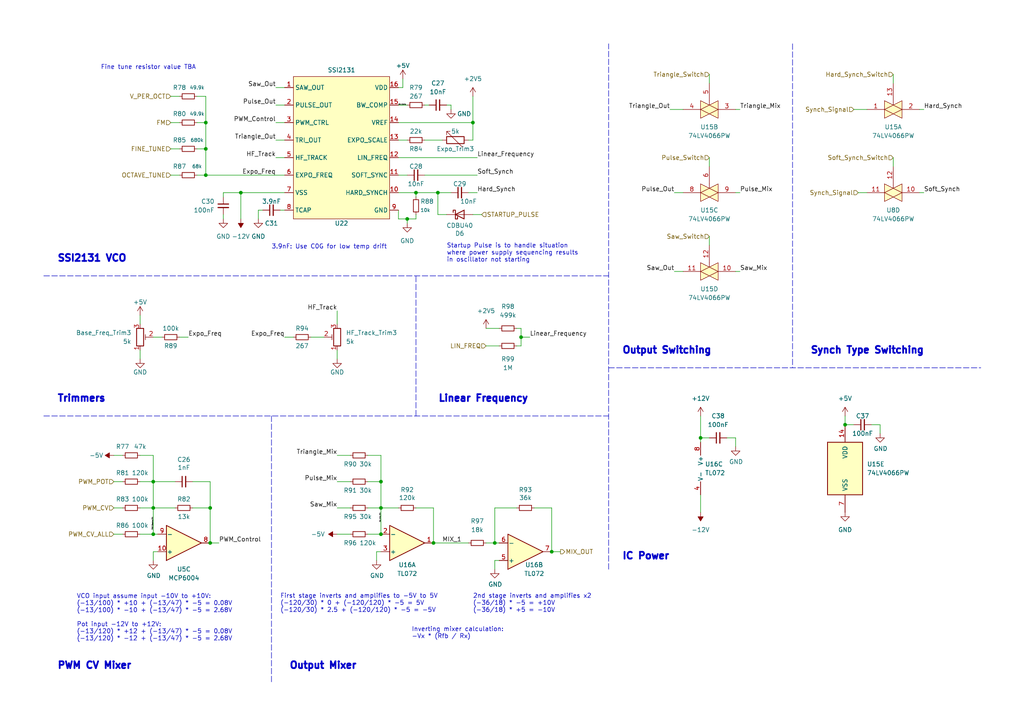
<source format=kicad_sch>
(kicad_sch (version 20211123) (generator eeschema)
  (paper "A4")
  (title_block (title "Quadraphone Voice") (date "2023-01-27") (rev "v1.0") (company "Mountjoy Modular"))
  (lib_symbols
    (symbol "4xxx:4066" (pin_names (offset 1.016))
      (property "Reference" "U" (at -7.62 8.89 0))
      (property "Value" "4066" (at -7.62 -8.89 0))
      (symbol "4066_1_0"
        (polyline (pts (xy 0 1.27) (xy 0 2.54)) (stroke (width 0.1524)))
        (polyline (pts (xy -2.54 0) (xy 2.54 2.54) (xy 2.54 -2.54) (xy -2.54 0)) (fill (type background)))
        (polyline (pts (xy -2.54 2.54) (xy 2.54 0) (xy -2.54 -2.54) (xy -2.54 2.54)) (fill (type background)))
        (pin passive line (at -7.62 0 0) (length 5.08) (name "~") (number "1"))
        (pin input line (at 0 7.62 270) (length 5.08) (name "~") (number "13"))
        (pin passive line (at 7.62 0 180) (length 5.08) (name "~") (number "2"))
      )
      (symbol "4066_2_0"
        (polyline (pts (xy 0 1.27) (xy 0 2.54)) (stroke (width 0.1524)))
        (polyline (pts (xy -2.54 0) (xy 2.54 2.54) (xy 2.54 -2.54) (xy -2.54 0)) (fill (type background)))
        (polyline (pts (xy -2.54 2.54) (xy 2.54 0) (xy -2.54 -2.54) (xy -2.54 2.54)) (fill (type background)))
        (pin passive line (at 7.62 0 180) (length 5.08) (name "~") (number "3"))
        (pin passive line (at -7.62 0 0) (length 5.08) (name "~") (number "4"))
        (pin input line (at 0 7.62 270) (length 5.08) (name "~") (number "5"))
      )
      (symbol "4066_3_0"
        (polyline (pts (xy 0 1.27) (xy 0 2.54)) (stroke (width 0.1524)))
        (polyline (pts (xy -2.54 0) (xy 2.54 2.54) (xy 2.54 -2.54) (xy -2.54 0)) (fill (type background)))
        (polyline (pts (xy -2.54 2.54) (xy 2.54 0) (xy -2.54 -2.54) (xy -2.54 2.54)) (fill (type background)))
        (pin input line (at 0 7.62 270) (length 5.08) (name "~") (number "6"))
        (pin passive line (at -7.62 0 0) (length 5.08) (name "~") (number "8"))
        (pin passive line (at 7.62 0 180) (length 5.08) (name "~") (number "9"))
      )
      (symbol "4066_4_0"
        (polyline (pts (xy 0 1.27) (xy 0 2.54)) (stroke (width 0.1524)))
        (polyline (pts (xy -2.54 0) (xy 2.54 2.54) (xy 2.54 -2.54) (xy -2.54 0)) (fill (type background)))
        (polyline (pts (xy -2.54 2.54) (xy 2.54 0) (xy -2.54 -2.54) (xy -2.54 2.54)) (fill (type background)))
        (pin passive line (at 7.62 0 180) (length 5.08) (name "~") (number "10"))
        (pin passive line (at -7.62 0 0) (length 5.08) (name "~") (number "11"))
        (pin input line (at 0 7.62 270) (length 5.08) (name "~") (number "12"))
      )
      (symbol "4066_5_0"
        (pin power_in line (at 0 12.7 270) (length 5.08) (name "VDD") (number "14"))
        (pin power_in line (at 0 -12.7 90) (length 5.08) (name "VSS") (number "7"))
      )
      (symbol "4066_5_1"
        (rectangle (start -5.08 7.62) (end 5.08 -7.62) (stroke (width 0.254)) (fill (type background)))
      )
    )
    (symbol "Amplifier_Operational:MCP6004" (pin_names (offset 0.127))
      (property "Reference" "U" (at 0 5.08 0))
      (property "Value" "MCP6004" (at 0 -5.08 0))
      (symbol "MCP6004_1_1"
        (polyline (pts (xy -5.08 5.08) (xy 5.08 0) (xy -5.08 -5.08) (xy -5.08 5.08)) (stroke (width 0.254)) (fill (type background)))
        (pin output line (at 7.62 0 180) (length 2.54) (name "~") (number "1"))
        (pin input line (at -7.62 -2.54 0) (length 2.54) (name "-") (number "2"))
        (pin input line (at -7.62 2.54 0) (length 2.54) (name "+") (number "3"))
      )
      (symbol "MCP6004_2_1"
        (polyline (pts (xy -5.08 5.08) (xy 5.08 0) (xy -5.08 -5.08) (xy -5.08 5.08)) (stroke (width 0.254)) (fill (type background)))
        (pin input line (at -7.62 2.54 0) (length 2.54) (name "+") (number "5"))
        (pin input line (at -7.62 -2.54 0) (length 2.54) (name "-") (number "6"))
        (pin output line (at 7.62 0 180) (length 2.54) (name "~") (number "7"))
      )
      (symbol "MCP6004_3_1"
        (polyline (pts (xy -5.08 5.08) (xy 5.08 0) (xy -5.08 -5.08) (xy -5.08 5.08)) (stroke (width 0.254)) (fill (type background)))
        (pin input line (at -7.62 2.54 0) (length 2.54) (name "+") (number "10"))
        (pin output line (at 7.62 0 180) (length 2.54) (name "~") (number "8"))
        (pin input line (at -7.62 -2.54 0) (length 2.54) (name "-") (number "9"))
      )
      (symbol "MCP6004_4_1"
        (polyline (pts (xy -5.08 5.08) (xy 5.08 0) (xy -5.08 -5.08) (xy -5.08 5.08)) (stroke (width 0.254)) (fill (type background)))
        (pin input line (at -7.62 2.54 0) (length 2.54) (name "+") (number "12"))
        (pin input line (at -7.62 -2.54 0) (length 2.54) (name "-") (number "13"))
        (pin output line (at 7.62 0 180) (length 2.54) (name "~") (number "14"))
      )
      (symbol "MCP6004_5_1"
        (pin power_in line (at -2.54 -7.62 90) (length 3.81) (name "V-") (number "11"))
        (pin power_in line (at -2.54 7.62 270) (length 3.81) (name "V+") (number "4"))
      )
    )
    (symbol "Amplifier_Operational:TL072" (pin_names (offset 0.127))
      (property "Reference" "U" (at 0 5.08 0))
      (property "Value" "TL072" (at 0 -5.08 0))
      (symbol "TL072_1_1"
        (polyline (pts (xy -5.08 5.08) (xy 5.08 0) (xy -5.08 -5.08) (xy -5.08 5.08)) (stroke (width 0.254)) (fill (type background)))
        (pin output line (at 7.62 0 180) (length 2.54) (name "~") (number "1"))
        (pin input line (at -7.62 -2.54 0) (length 2.54) (name "-") (number "2"))
        (pin input line (at -7.62 2.54 0) (length 2.54) (name "+") (number "3"))
      )
      (symbol "TL072_2_1"
        (polyline (pts (xy -5.08 5.08) (xy 5.08 0) (xy -5.08 -5.08) (xy -5.08 5.08)) (stroke (width 0.254)) (fill (type background)))
        (pin input line (at -7.62 2.54 0) (length 2.54) (name "+") (number "5"))
        (pin input line (at -7.62 -2.54 0) (length 2.54) (name "-") (number "6"))
        (pin output line (at 7.62 0 180) (length 2.54) (name "~") (number "7"))
      )
      (symbol "TL072_3_1"
        (pin power_in line (at -2.54 -7.62 90) (length 3.81) (name "V-") (number "4"))
        (pin power_in line (at -2.54 7.62 270) (length 3.81) (name "V+") (number "8"))
      )
    )
    (symbol "Custom_Audio:SSI2131"
      (property "Reference" "U" (at 0 21.59 0))
      (property "Value" "SSI2131" (at 0 -23.495 0))
      (symbol "SSI2131_0_0"
        (pin output line (at -16.51 16.51 0) (length 2.54) (name "SAW_OUT") (number "1"))
        (pin input line (at 16.51 -13.97 180) (length 2.54) (name "HARD_SYNCH") (number "10"))
        (pin input line (at 16.51 -8.89 180) (length 2.54) (name "SOFT_SYNC") (number "11"))
        (pin input line (at 16.51 -3.81 180) (length 2.54) (name "LIN_FREQ") (number "12"))
        (pin input line (at 16.51 1.27 180) (length 2.54) (name "EXPO_SCALE") (number "13"))
        (pin power_in line (at 16.51 6.35 180) (length 2.54) (name "VREF") (number "14"))
        (pin output line (at 16.51 11.43 180) (length 2.54) (name "BW_COMP") (number "15"))
        (pin power_in line (at 16.51 16.51 180) (length 2.54) (name "VDD") (number "16"))
        (pin output line (at -16.51 11.43 0) (length 2.54) (name "PULSE_OUT") (number "2"))
        (pin input line (at -16.51 6.35 0) (length 2.54) (name "PWM_CTRL") (number "3"))
        (pin output line (at -16.51 -3.81 0) (length 2.54) (name "HF_TRACK") (number "5"))
        (pin input line (at -16.51 -8.89 0) (length 2.54) (name "EXPO_FREQ") (number "6"))
        (pin power_in line (at -16.51 -13.97 0) (length 2.54) (name "VSS") (number "7"))
        (pin input line (at -16.51 -19.05 0) (length 2.54) (name "TCAP") (number "8"))
        (pin power_in line (at 16.51 -19.05 180) (length 2.54) (name "GND") (number "9"))
      )
      (symbol "SSI2131_0_1"
        (rectangle (start -13.97 19.685) (end 13.97 -21.59) (fill (type background)))
      )
      (symbol "SSI2131_1_1"
        (pin output line (at -16.51 1.27 0) (length 2.54) (name "TRI_OUT") (number "4"))
      )
    )
    (symbol "Device:C_Small" (pin_numbers hide) (pin_names (offset 0.254) hide)
      (property "Reference" "C" (at 0.254 1.778 0))
      (property "Value" "C_Small" (at 0.254 -2.032 0))
      (symbol "C_Small_0_1"
        (polyline (pts (xy -1.524 -0.508) (xy 1.524 -0.508)) (stroke (width 0.3302)))
        (polyline (pts (xy -1.524 0.508) (xy 1.524 0.508)) (stroke (width 0.3048)))
      )
      (symbol "C_Small_1_1"
        (pin passive line (at 0 2.54 270) (length 2.032) (name "~") (number "1"))
        (pin passive line (at 0 -2.54 90) (length 2.032) (name "~") (number "2"))
      )
    )
    (symbol "Device:R_Potentiometer_Trim" (pin_names (offset 1.016) hide)
      (property "Reference" "RV" (at -4.445 0 90))
      (property "Value" "R_Potentiometer_Trim" (at -2.54 0 90))
      (symbol "R_Potentiometer_Trim_0_1"
        (polyline (pts (xy 1.524 0.762) (xy 1.524 -0.762)))
        (polyline (pts (xy 2.54 0) (xy 1.524 0)))
        (rectangle (start 1.016 2.54) (end -1.016 -2.54) (stroke (width 0.254)))
      )
      (symbol "R_Potentiometer_Trim_1_1"
        (pin passive line (at 0 3.81 270) (length 1.27) (name "1") (number "1"))
        (pin passive line (at 3.81 0 180) (length 1.27) (name "2") (number "2"))
        (pin passive line (at 0 -3.81 90) (length 1.27) (name "3") (number "3"))
      )
    )
    (symbol "Device:R_Small" (pin_numbers hide) (pin_names (offset 0.254) hide)
      (property "Reference" "R" (at 0.762 0.508 0))
      (property "Value" "R_Small" (at 0.762 -1.016 0))
      (symbol "R_Small_0_1"
        (rectangle (start -0.762 1.778) (end 0.762 -1.778) (stroke (width 0.2032)))
      )
      (symbol "R_Small_1_1"
        (pin passive line (at 0 2.54 270) (length 0.762) (name "~") (number "1"))
        (pin passive line (at 0 -2.54 90) (length 0.762) (name "~") (number "2"))
      )
    )
    (symbol "Device:R_Variable" (pin_numbers hide) (pin_names (offset 0))
      (property "Reference" "R" (at 2.54 -2.54 90))
      (property "Value" "R_Variable" (at -2.54 -1.27 90))
      (symbol "R_Variable_0_1"
        (rectangle (start -1.016 -2.54) (end 1.016 2.54) (stroke (width 0.254)))
        (polyline (pts (xy 2.54 1.524) (xy 2.54 2.54) (xy 1.524 2.54) (xy 2.54 2.54) (xy -2.032 -2.032)))
      )
      (symbol "R_Variable_1_1"
        (pin passive line (at 0 3.81 270) (length 1.27) (name "~") (number "1"))
        (pin passive line (at 0 -3.81 90) (length 1.27) (name "~") (number "2"))
      )
    )
    (symbol "Diode:1N5819" (pin_numbers hide) (pin_names (offset 1.016) hide)
      (property "Reference" "D" (at 0 2.54 0))
      (property "Value" "1N5819" (at 0 -2.54 0))
      (symbol "1N5819_0_1"
        (polyline (pts (xy 1.27 0) (xy -1.27 0)))
        (polyline (pts (xy 1.27 1.27) (xy 1.27 -1.27) (xy -1.27 0) (xy 1.27 1.27)) (stroke (width 0.254)))
        (polyline (pts (xy -1.905 0.635) (xy -1.905 1.27) (xy -1.27 1.27) (xy -1.27 -1.27) (xy -0.635 -1.27) (xy -0.635 -0.635)) (stroke (width 0.254)))
      )
      (symbol "1N5819_1_1"
        (pin passive line (at -3.81 0 0) (length 2.54) (name "K") (number "1"))
        (pin passive line (at 3.81 0 180) (length 2.54) (name "A") (number "2"))
      )
    )
    (symbol "power:+12V" (power) (pin_names (offset 0))
      (property "Value" "+12V" (at 0 3.556 0))
      (symbol "+12V_0_1"
        (polyline (pts (xy -0.762 1.27) (xy 0 2.54)))
        (polyline (pts (xy 0 0) (xy 0 2.54)))
        (polyline (pts (xy 0 2.54) (xy 0.762 1.27)))
      )
      (symbol "+12V_1_1"
        (pin power_in line (at 0 0 90) (length 0) hide (name "+12V") (number "1"))
      )
    )
    (symbol "power:+2V5" (power) (pin_names (offset 0))
      (property "Value" "+2V5" (at 0 3.556 0))
      (symbol "+2V5_0_1"
        (polyline (pts (xy -0.762 1.27) (xy 0 2.54)))
        (polyline (pts (xy 0 0) (xy 0 2.54)))
        (polyline (pts (xy 0 2.54) (xy 0.762 1.27)))
      )
      (symbol "+2V5_1_1"
        (pin power_in line (at 0 0 90) (length 0) hide (name "+2V5") (number "1"))
      )
    )
    (symbol "power:+5V" (power) (pin_names (offset 0))
      (property "Value" "+5V" (at 0 3.556 0))
      (symbol "+5V_0_1"
        (polyline (pts (xy -0.762 1.27) (xy 0 2.54)))
        (polyline (pts (xy 0 0) (xy 0 2.54)))
        (polyline (pts (xy 0 2.54) (xy 0.762 1.27)))
      )
      (symbol "+5V_1_1"
        (pin power_in line (at 0 0 90) (length 0) hide (name "+5V") (number "1"))
      )
    )
    (symbol "power:-12V" (power) (pin_names (offset 0))
      (property "Value" "-12V" (at 0 3.81 0))
      (symbol "-12V_0_0"
        (pin power_in line (at 0 0 90) (length 0) hide (name "-12V") (number "1"))
      )
      (symbol "-12V_0_1"
        (polyline (pts (xy 0 0) (xy 0 1.27) (xy 0.762 1.27) (xy 0 2.54) (xy -0.762 1.27) (xy 0 1.27)) (fill (type outline)))
      )
    )
    (symbol "power:-5V" (power) (pin_names (offset 0))
      (property "Value" "-5V" (at 0 3.81 0))
      (symbol "-5V_0_0"
        (pin power_in line (at 0 0 90) (length 0) hide (name "-5V") (number "1"))
      )
      (symbol "-5V_0_1"
        (polyline (pts (xy 0 0) (xy 0 1.27) (xy 0.762 1.27) (xy 0 2.54) (xy -0.762 1.27) (xy 0 1.27)) (fill (type outline)))
      )
    )
    (symbol "power:GND" (power) (pin_names (offset 0))
      (property "Value" "GND" (at 0 -3.81 0))
      (symbol "GND_0_1"
        (polyline (pts (xy 0 0) (xy 0 -1.27) (xy 1.27 -1.27) (xy 0 -2.54) (xy -1.27 -1.27) (xy 0 -1.27)))
      )
      (symbol "GND_1_1"
        (pin power_in line (at 0 0 270) (length 0) hide (name "GND") (number "1"))
      )
    )
  )
  (junction (at 60.96 147.32))
  (junction (at 127 55.88))
  (junction (at 160.02 160.02))
  (junction (at 137.16 35.56))
  (junction (at 151.13 97.79))
  (junction (at 110.49 154.94))
  (junction (at 118.11 63.5))
  (junction (at 110.49 139.7))
  (junction (at 203.2 127))
  (junction (at 245.11 123.19))
  (junction (at 125.73 157.48))
  (junction (at 120.65 55.88))
  (junction (at 59.69 43.18))
  (junction (at 69.85 55.88))
  (junction (at 110.49 147.32))
  (junction (at 143.51 157.48))
  (junction (at 60.96 157.48))
  (junction (at 59.69 50.8))
  (junction (at 44.45 139.7))
  (junction (at 44.45 147.32))
  (junction (at 59.69 35.56))
  (junction (at 44.45 154.94))
  (polyline (pts (xy 176.53 165.1) (xy 176.53 12.7)))
  (polyline (pts (xy 12.7 120.65) (xy 176.53 120.65)))
  (wire (pts (xy 115.57 35.56) (xy 137.16 35.56)))
  (wire (pts (xy 57.15 35.56) (xy 59.69 35.56)))
  (polyline (pts (xy 229.87 12.7) (xy 229.87 106.68)))
  (wire (pts (xy 149.86 100.33) (xy 151.13 100.33)))
  (wire (pts (xy 151.13 97.79) (xy 151.13 95.25)))
  (wire (pts (xy 120.65 147.32) (xy 125.73 147.32)))
  (wire (pts (xy 110.49 139.7) (xy 110.49 147.32)))
  (wire (pts (xy 97.79 154.94) (xy 101.6 154.94)))
  (wire (pts (xy 143.51 157.48) (xy 144.78 157.48)))
  (wire (pts (xy 55.88 147.32) (xy 60.96 147.32)))
  (wire (pts (xy 143.51 147.32) (xy 149.86 147.32)))
  (wire (pts (xy 109.22 160.02) (xy 109.22 162.56)))
  (wire (pts (xy 116.84 25.4) (xy 115.57 25.4)))
  (wire (pts (xy 115.57 45.72) (xy 138.43 45.72)))
  (wire (pts (xy 129.54 30.48) (xy 130.81 30.48)))
  (wire (pts (xy 195.58 78.74) (xy 198.12 78.74)))
  (wire (pts (xy 49.53 50.8) (xy 52.07 50.8)))
  (wire (pts (xy 80.01 25.4) (xy 82.55 25.4)))
  (wire (pts (xy 33.02 139.7) (xy 35.56 139.7)))
  (wire (pts (xy 40.64 139.7) (xy 44.45 139.7)))
  (wire (pts (xy 49.53 43.18) (xy 52.07 43.18)))
  (wire (pts (xy 266.7 31.75) (xy 267.97 31.75)))
  (wire (pts (xy 115.57 40.64) (xy 118.11 40.64)))
  (wire (pts (xy 97.79 101.6) (xy 97.79 104.14)))
  (wire (pts (xy 115.57 63.5) (xy 118.11 63.5)))
  (wire (pts (xy 97.79 139.7) (xy 101.6 139.7)))
  (wire (pts (xy 60.96 147.32) (xy 60.96 157.48)))
  (wire (pts (xy 97.79 147.32) (xy 101.6 147.32)))
  (wire (pts (xy 259.08 45.72) (xy 259.08 48.26)))
  (wire (pts (xy 90.17 97.79) (xy 93.98 97.79)))
  (wire (pts (xy 123.19 50.8) (xy 138.43 50.8)))
  (wire (pts (xy 123.19 30.48) (xy 124.46 30.48)))
  (polyline (pts (xy 176.53 106.68) (xy 284.48 106.68)))
  (wire (pts (xy 80.01 30.48) (xy 82.55 30.48)))
  (wire (pts (xy 33.02 132.08) (xy 35.56 132.08)))
  (wire (pts (xy 59.69 27.94) (xy 59.69 35.56)))
  (wire (pts (xy 203.2 120.65) (xy 203.2 127)))
  (wire (pts (xy 40.64 147.32) (xy 44.45 147.32)))
  (wire (pts (xy 69.85 55.88) (xy 69.85 63.5)))
  (wire (pts (xy 59.69 43.18) (xy 59.69 50.8)))
  (wire (pts (xy 116.84 22.86) (xy 116.84 25.4)))
  (polyline (pts (xy 12.7 80.01) (xy 176.53 80.01)))
  (wire (pts (xy 97.79 132.08) (xy 101.6 132.08)))
  (wire (pts (xy 115.57 60.96) (xy 115.57 63.5)))
  (wire (pts (xy 44.45 160.02) (xy 45.72 160.02)))
  (wire (pts (xy 144.78 95.25) (xy 140.97 95.25)))
  (wire (pts (xy 44.45 139.7) (xy 50.8 139.7)))
  (wire (pts (xy 135.89 55.88) (xy 138.43 55.88)))
  (wire (pts (xy 74.93 60.96) (xy 74.93 63.5)))
  (wire (pts (xy 259.08 21.59) (xy 259.08 24.13)))
  (wire (pts (xy 140.97 100.33) (xy 144.78 100.33)))
  (wire (pts (xy 57.15 43.18) (xy 59.69 43.18)))
  (wire (pts (xy 245.11 123.19) (xy 247.65 123.19)))
  (wire (pts (xy 57.15 50.8) (xy 59.69 50.8)))
  (wire (pts (xy 59.69 35.56) (xy 59.69 43.18)))
  (wire (pts (xy 143.51 162.56) (xy 144.78 162.56)))
  (wire (pts (xy 203.2 127) (xy 203.2 128.27)))
  (wire (pts (xy 45.72 154.94) (xy 44.45 154.94)))
  (wire (pts (xy 106.68 154.94) (xy 110.49 154.94)))
  (wire (pts (xy 154.94 147.32) (xy 160.02 147.32)))
  (wire (pts (xy 125.73 157.48) (xy 135.89 157.48)))
  (wire (pts (xy 82.55 97.79) (xy 85.09 97.79)))
  (wire (pts (xy 44.45 97.79) (xy 46.99 97.79)))
  (wire (pts (xy 44.45 147.32) (xy 44.45 154.94)))
  (wire (pts (xy 210.82 127) (xy 213.36 127)))
  (wire (pts (xy 127 55.88) (xy 130.81 55.88)))
  (wire (pts (xy 245.11 120.65) (xy 245.11 123.19)))
  (wire (pts (xy 140.97 157.48) (xy 143.51 157.48)))
  (wire (pts (xy 143.51 162.56) (xy 143.51 165.1)))
  (wire (pts (xy 205.74 68.58) (xy 205.74 71.12)))
  (wire (pts (xy 106.68 147.32) (xy 110.49 147.32)))
  (wire (pts (xy 127 55.88) (xy 127 62.23)))
  (wire (pts (xy 203.2 127) (xy 205.74 127)))
  (wire (pts (xy 97.79 90.17) (xy 97.79 93.98)))
  (wire (pts (xy 60.96 157.48) (xy 63.5 157.48)))
  (wire (pts (xy 64.77 55.88) (xy 64.77 57.15)))
  (wire (pts (xy 247.65 31.75) (xy 251.46 31.75)))
  (wire (pts (xy 54.61 97.79) (xy 52.07 97.79)))
  (wire (pts (xy 151.13 100.33) (xy 151.13 97.79)))
  (wire (pts (xy 40.64 154.94) (xy 44.45 154.94)))
  (wire (pts (xy 40.64 91.44) (xy 40.64 93.98)))
  (polyline (pts (xy 78.74 120.65) (xy 78.74 198.12)))
  (wire (pts (xy 44.45 139.7) (xy 44.45 147.32)))
  (wire (pts (xy 248.92 55.88) (xy 251.46 55.88)))
  (wire (pts (xy 44.45 147.32) (xy 50.8 147.32)))
  (wire (pts (xy 213.36 55.88) (xy 214.63 55.88)))
  (wire (pts (xy 59.69 27.94) (xy 57.15 27.94)))
  (wire (pts (xy 106.68 132.08) (xy 110.49 132.08)))
  (wire (pts (xy 49.53 27.94) (xy 52.07 27.94)))
  (wire (pts (xy 49.53 35.56) (xy 52.07 35.56)))
  (wire (pts (xy 135.89 40.64) (xy 137.16 40.64)))
  (wire (pts (xy 44.45 160.02) (xy 44.45 162.56)))
  (wire (pts (xy 106.68 139.7) (xy 110.49 139.7)))
  (wire (pts (xy 127 62.23) (xy 129.54 62.23)))
  (wire (pts (xy 80.01 45.72) (xy 82.55 45.72)))
  (wire (pts (xy 151.13 95.25) (xy 149.86 95.25)))
  (wire (pts (xy 74.93 60.96) (xy 76.2 60.96)))
  (wire (pts (xy 118.11 63.5) (xy 118.11 64.77)))
  (wire (pts (xy 125.73 147.32) (xy 125.73 157.48)))
  (wire (pts (xy 252.73 123.19) (xy 255.27 123.19)))
  (wire (pts (xy 266.7 55.88) (xy 267.97 55.88)))
  (wire (pts (xy 123.19 40.64) (xy 128.27 40.64)))
  (wire (pts (xy 80.01 35.56) (xy 82.55 35.56)))
  (wire (pts (xy 115.57 50.8) (xy 118.11 50.8)))
  (wire (pts (xy 130.81 30.48) (xy 130.81 31.75)))
  (wire (pts (xy 33.02 154.94) (xy 35.56 154.94)))
  (wire (pts (xy 81.28 60.96) (xy 82.55 60.96)))
  (wire (pts (xy 55.88 139.7) (xy 60.96 139.7)))
  (wire (pts (xy 120.65 55.88) (xy 120.65 57.15)))
  (wire (pts (xy 213.36 78.74) (xy 214.63 78.74)))
  (wire (pts (xy 40.64 101.6) (xy 40.64 104.14)))
  (wire (pts (xy 213.36 127) (xy 213.36 129.54)))
  (wire (pts (xy 110.49 147.32) (xy 110.49 154.94)))
  (wire (pts (xy 213.36 31.75) (xy 214.63 31.75)))
  (wire (pts (xy 137.16 27.94) (xy 137.16 35.56)))
  (polyline (pts (xy 120.65 120.65) (xy 120.65 80.01)))
  (wire (pts (xy 137.16 62.23) (xy 139.7 62.23)))
  (wire (pts (xy 64.77 62.23) (xy 64.77 63.5)))
  (wire (pts (xy 64.77 55.88) (xy 69.85 55.88)))
  (wire (pts (xy 60.96 139.7) (xy 60.96 147.32)))
  (wire (pts (xy 137.16 40.64) (xy 137.16 35.56)))
  (wire (pts (xy 151.13 97.79) (xy 153.67 97.79)))
  (wire (pts (xy 115.57 55.88) (xy 120.65 55.88)))
  (wire (pts (xy 118.11 30.48) (xy 115.57 30.48)))
  (wire (pts (xy 110.49 132.08) (xy 110.49 139.7)))
  (wire (pts (xy 59.69 50.8) (xy 82.55 50.8)))
  (wire (pts (xy 143.51 147.32) (xy 143.51 157.48)))
  (wire (pts (xy 255.27 123.19) (xy 255.27 125.73)))
  (wire (pts (xy 109.22 160.02) (xy 110.49 160.02)))
  (wire (pts (xy 160.02 147.32) (xy 160.02 160.02)))
  (wire (pts (xy 69.85 55.88) (xy 82.55 55.88)))
  (wire (pts (xy 40.64 132.08) (xy 44.45 132.08)))
  (wire (pts (xy 194.31 31.75) (xy 198.12 31.75)))
  (wire (pts (xy 80.01 40.64) (xy 82.55 40.64)))
  (wire (pts (xy 160.02 160.02) (xy 162.56 160.02)))
  (wire (pts (xy 205.74 45.72) (xy 205.74 48.26)))
  (wire (pts (xy 203.2 148.59) (xy 203.2 143.51)))
  (wire (pts (xy 110.49 147.32) (xy 115.57 147.32)))
  (wire (pts (xy 44.45 132.08) (xy 44.45 139.7)))
  (wire (pts (xy 120.65 62.23) (xy 120.65 63.5)))
  (wire (pts (xy 195.58 55.88) (xy 198.12 55.88)))
  (wire (pts (xy 205.74 21.59) (xy 205.74 24.13)))
  (wire (pts (xy 120.65 55.88) (xy 127 55.88)))
  (wire (pts (xy 120.65 63.5) (xy 118.11 63.5)))
  (wire (pts (xy 33.02 147.32) (xy 35.56 147.32)))
  (text "First stage inverts and amplifies to -5V to 5V\n(-120/30) * 0 + (-120/120) * -5 = 5V\n(-120/30) * 2.5 + (-120/120) * -5 = -5V" (at 81.28 177.8 0) (effects (font (size 1.27 1.27)) (justify left bottom)))
  (text "Startup Pulse is to handle situation \nwhere power supply sequencing results \nin oscillator not starting\n" (at 129.54 76.2 0) (effects (font (size 1.27 1.27)) (justify left bottom)))
  (text "Fine tune resistor value TBA" (at 29.21 20.32 0) (effects (font (size 1.27 1.27)) (justify left bottom)))
  (text "PWM CV Mixer" (at 16.51 194.31 0) (effects (font (size 2 2) (thickness 0.6) bold) (justify left bottom)))
  (text "Synch Type Switching" (at 234.95 102.87 0) (effects (font (size 2 2) (thickness 0.6) bold) (justify left bottom)))
  (text "Inverting mixer calculation:\n-Vx * (Rfb / Rx)" (at 119.38 185.42 0) (effects (font (size 1.27 1.27)) (justify left bottom)))
  (text "SSI2131 VCO" (at 16.51 76.2 0) (effects (font (size 2 2) (thickness 0.6) bold) (justify left bottom)))
  (text "Linear Frequency" (at 127 116.84 0) (effects (font (size 2 2) (thickness 0.6) bold) (justify left bottom)))
  (text "VCO input assume input -10V to +10V:\n(-13/100) * +10 + (-13/47) * -5 = 0.08V\n(-13/100) * -10 + (-13/47) * -5 = 2.68V\n\nPot input -12V to +12V:\n(-13/120) * +12 + (-13/47) * -5 = 0.08V\n(-13/120) * -12 + (-13/47) * -5 = 2.68V" (at 22.225 186.055 0) (effects (font (size 1.27 1.27)) (justify left bottom)))
  (text "Trimmers" (at 16.51 116.84 0) (effects (font (size 2 2) (thickness 0.6) bold) (justify left bottom)))
  (text "Output Mixer" (at 83.82 194.31 0) (effects (font (size 2 2) (thickness 0.6) bold) (justify left bottom)))
  (text "3.9nF: Use C0G for low temp drift" (at 78.74 72.39 0) (effects (font (size 1.27 1.27)) (justify left bottom)))
  (text "IC Power" (at 180.34 162.56 0) (effects (font (size 2 2) (thickness 0.6) bold) (justify left bottom)))
  (text "2nd stage inverts and amplifies x2\n(-36/18) * -5 = +10V\n(-36/18) * +5 = -10V" (at 137.16 177.8 0) (effects (font (size 1.27 1.27)) (justify left bottom)))
  (text "Output Switching" (at 180.34 102.87 0) (effects (font (size 2 2) (thickness 0.6) bold) (justify left bottom)))
  (label "Saw_Mix" (at 214.63 78.74 0))
  (label "Linear_Frequency" (at 138.43 45.72 0))
  (label "Expo_Freq" (at 80.01 50.8 180))
  (label "MIX_1" (at 128.27 157.48 0))
  (label "Triangle_Out" (at 194.31 31.75 180))
  (label "Soft_Synch" (at 138.43 50.8 0))
  (label "Hard_Synch" (at 267.97 31.75 0))
  (label "Triangle_Out" (at 80.01 40.64 180))
  (label "Saw_Mix" (at 97.79 147.32 180))
  (label "BW_Comp" (at 115.57 30.48 0) (effects (font (size 0.3 0.3))))
  (label "PWM_Opamp_Mix" (at 44.45 149.86 270) (effects (font (size 0.3 0.3))))
  (label "Hard_Synch" (at 138.43 55.88 0))
  (label "Pulse_Mix" (at 214.63 55.88 0))
  (label "Expo_Freq" (at 54.61 97.79 0))
  (label "Soft_Synch" (at 267.97 55.88 0))
  (label "HF_Track" (at 80.01 45.72 180))
  (label "Pulse_Mix" (at 97.79 139.7 180))
  (label "Saw_Out" (at 80.01 25.4 180))
  (label "Triangle_Mix" (at 214.63 31.75 0))
  (label "PWM_Control" (at 80.01 35.56 180))
  (label "Pulse_Out" (at 195.58 55.88 180))
  (label "Triangle_Mix" (at 97.79 132.08 180))
  (label "PWM_Control" (at 63.5 157.48 0))
  (label "HF_Track" (at 97.79 90.17 180))
  (label "Expo_Freq" (at 82.55 97.79 180))
  (label "Linear_Frequency" (at 153.67 97.79 0))
  (label "Pulse_Out" (at 80.01 30.48 180))
  (label "Saw_Out" (at 195.58 78.74 180))
  (label "Op_Amp_Mix" (at 110.49 148.59 270) (effects (font (size 0.3 0.3))))
  (hierarchical_label "FM" (shape input) (at 49.53 35.56 180))
  (hierarchical_label "MIX_OUT" (shape output) (at 162.56 160.02 0))
  (hierarchical_label "Triangle_Switch" (shape input) (at 205.74 21.59 180))
  (hierarchical_label "PWM_CV" (shape input) (at 33.02 147.32 180))
  (hierarchical_label "Saw_Switch" (shape input) (at 205.74 68.58 180))
  (hierarchical_label "PWM_POT" (shape input) (at 33.02 139.7 180))
  (hierarchical_label "Synch_Signal" (shape input) (at 247.65 31.75 180))
  (hierarchical_label "LIN_FREQ" (shape input) (at 140.97 100.33 180))
  (hierarchical_label "STARTUP_PULSE" (shape input) (at 139.7 62.23 0))
  (hierarchical_label "OCTAVE_TUNE" (shape input) (at 49.53 50.8 180))
  (hierarchical_label "V_PER_OCT" (shape input) (at 49.53 27.94 180))
  (hierarchical_label "FINE_TUNE" (shape input) (at 49.53 43.18 180))
  (hierarchical_label "Soft_Synch_Switch" (shape input) (at 259.08 45.72 180))
  (hierarchical_label "Synch_Signal" (shape input) (at 248.92 55.88 180))
  (hierarchical_label "Pulse_Switch" (shape input) (at 205.74 45.72 180))
  (hierarchical_label "PWM_CV_ALL" (shape input) (at 33.02 154.94 180))
  (hierarchical_label "Hard_Synch_Switch" (shape input) (at 259.08 21.59 180))
  (symbol (lib_id "power:+2V5") (at 140.97 95.25 0) (mirror y) (unit 1)
    (property "Reference" "#PWR097" (effects hide))
    (property "Value" "+2V5" (at 140.97 90.17 0))
  )
  (symbol (lib_id "Device:R_Small") (at 38.1 132.08 270) (unit 1)
    (property "Reference" "R77" (at 35.56 129.54 90))
    (property "Value" "47k" (at 40.64 129.54 90))
    (property "Footprint" "Resistor_SMD:R_0603_1608Metric" (effects hide))
  )
  (symbol (lib_id "Device:R_Small") (at 38.1 139.7 270) (unit 1)
    (property "Reference" "R81" (at 35.56 137.16 90))
    (property "Value" "120k" (at 40.64 137.16 90))
    (property "Footprint" "Resistor_SMD:R_0603_1608Metric" (effects hide))
  )
  (symbol (lib_id "power:GND") (at 40.64 104.14 0) (mirror y) (unit 1)
    (property "Reference" "#PWR092" (effects hide))
    (property "Value" "GND" (at 40.64 107.95 0))
  )
  (symbol (lib_id "Device:C_Small") (at 208.28 127 90) (unit 1)
    (property "Reference" "C38" (at 208.2863 120.65 90))
    (property "Value" "100nF" (at 208.2863 123.19 90))
    (property "Footprint" "Capacitor_SMD:C_0603_1608Metric_Pad1.08x0.95mm_HandSolder" (effects hide))
  )
  (symbol (lib_id "power:GND") (at 44.45 162.56 0) (unit 1)
    (property "Reference" "#PWR086" (effects hide))
    (property "Value" "GND" (at 44.577 166.9542 0))
  )
  (symbol (lib_id "Device:C_Small") (at 133.35 55.88 90) (unit 1)
    (property "Reference" "C29" (at 133.35 53.34 90))
    (property "Value" "10nF" (at 135.89 58.42 90))
    (property "Footprint" "Capacitor_SMD:C_0603_1608Metric_Pad1.08x0.95mm_HandSolder" (effects hide))
  )
  (symbol (lib_id "Device:R_Small") (at 118.11 147.32 270) (unit 1)
    (property "Reference" "R92" (at 118.11 142.0622 90))
    (property "Value" "120k" (at 118.11 144.3736 90))
    (property "Footprint" "Resistor_SMD:R_0603_1608Metric" (effects hide))
  )
  (symbol (lib_id "Diode:1N5819") (at 133.35 62.23 0) (unit 1)
    (property "Reference" "D6" (at 133.35 67.7164 0))
    (property "Value" "CDBU40" (at 133.35 65.405 0))
    (property "Footprint" "Diode_SMD:D_0603_1608Metric" (effects hide))
    (property "Datasheet" "http://www.vishay.com/docs/88525/1n5817.pdf" (effects hide))
    (property "Part_Number" "C8598" (effects hide))
  )
  (symbol (lib_id "Device:C_Small") (at 250.19 123.19 90) (unit 1)
    (property "Reference" "C37" (at 250.19 120.65 90))
    (property "Value" "100nF" (at 250.19 125.73 90))
    (property "Footprint" "Capacitor_SMD:C_0603_1608Metric_Pad1.08x0.95mm_HandSolder" (effects hide))
  )
  (symbol (lib_id "Device:R_Small") (at 87.63 97.79 270) (unit 1)
    (property "Reference" "R94" (at 87.63 95.25 90))
    (property "Value" "267" (at 87.63 100.33 90))
    (property "Footprint" "Resistor_SMD:R_0603_1608Metric" (effects hide))
  )
  (symbol (lib_id "Device:R_Small") (at 147.32 95.25 270) (mirror x) (unit 1)
    (property "Reference" "R98" (at 147.32 88.9 90))
    (property "Value" "499k" (at 147.32 91.44 90))
    (property "Footprint" "Resistor_SMD:R_0603_1608Metric" (effects hide))
  )
  (symbol (lib_id "4xxx:4066") (at 205.74 55.88 0) (unit 3)
    (property "Reference" "U15" (at 205.74 60.96 0))
    (property "Value" "74LV4066PW" (at 205.74 63.5 0))
    (property "Footprint" "Package_SO:TSSOP-14_4.4x5mm_P0.65mm" (effects hide))
    (property "Datasheet" "http://www.ti.com/lit/ds/symlink/cd4066b.pdf" (effects hide))
  )
  (symbol (lib_id "power:-12V") (at 69.85 63.5 180) (unit 1)
    (property "Reference" "#PWR088" (effects hide))
    (property "Value" "-12V" (at 69.85 68.58 0))
  )
  (symbol (lib_id "power:GND") (at 97.79 104.14 0) (unit 1)
    (property "Reference" "#PWR094" (effects hide))
    (property "Value" "GND" (at 97.79 107.95 0))
  )
  (symbol (lib_id "Device:R_Small") (at 104.14 139.7 270) (unit 1)
    (property "Reference" "R91" (at 101.6 142.24 90))
    (property "Value" "30k" (at 106.045 142.24 90))
    (property "Footprint" "Resistor_SMD:R_0603_1608Metric" (effects hide))
  )
  (symbol (lib_id "Device:R_Small") (at 152.4 147.32 270) (unit 1)
    (property "Reference" "R93" (at 152.4 142.0622 90))
    (property "Value" "36k" (at 152.4 144.3736 90))
    (property "Footprint" "Resistor_SMD:R_0603_1608Metric" (effects hide))
  )
  (symbol (lib_id "power:+12V") (at 203.2 120.65 0) (mirror y) (unit 1)
    (property "Reference" "#PWR0128" (effects hide))
    (property "Value" "+12V" (at 203.2 115.57 0))
  )
  (symbol (lib_id "Device:R_Small") (at 147.32 100.33 90) (unit 1)
    (property "Reference" "R99" (at 147.32 104.14 90))
    (property "Value" "1M" (at 147.32 106.68 90))
    (property "Footprint" "Resistor_SMD:R_0603_1608Metric" (effects hide))
  )
  (symbol (lib_id "4xxx:4066") (at 205.74 31.75 0) (unit 2)
    (property "Reference" "U15" (at 205.74 36.83 0))
    (property "Value" "74LV4066PW" (at 205.74 39.37 0))
    (property "Footprint" "Package_SO:TSSOP-14_4.4x5mm_P0.65mm" (effects hide))
    (property "Datasheet" "http://www.ti.com/lit/ds/symlink/cd4066b.pdf" (effects hide))
  )
  (symbol (lib_id "Device:R_Small") (at 120.65 30.48 90) (unit 1)
    (property "Reference" "R79" (at 120.65 25.4 90))
    (property "Value" "267" (at 120.65 27.94 90))
    (property "Footprint" "Resistor_SMD:R_0603_1608Metric" (effects hide))
  )
  (symbol (lib_id "Amplifier_Operational:TL072") (at 205.74 135.89 0) (unit 3)
    (property "Reference" "U16" (at 204.47 134.6199 0) (effects (justify left)))
    (property "Value" "TL072" (at 204.47 137.1599 0) (effects (justify left)))
    (property "Footprint" "Package_SO:SOIC-8_3.9x4.9mm_P1.27mm" (effects hide))
    (property "Datasheet" "http://www.ti.com/lit/ds/symlink/tl071.pdf" (effects hide))
  )
  (symbol (lib_id "Device:R_Small") (at 49.53 97.79 90) (unit 1)
    (property "Reference" "R89" (at 49.53 100.33 90))
    (property "Value" "100k" (at 49.53 95.25 90))
    (property "Footprint" "Resistor_SMD:R_0603_1608Metric" (effects hide))
  )
  (symbol (lib_id "Device:R_Small") (at 120.65 40.64 90) (unit 1)
    (property "Reference" "R84" (at 120.65 43.18 90))
    (property "Value" "22k" (at 120.65 38.1 90))
    (property "Footprint" "Resistor_SMD:R_0603_1608Metric" (effects hide))
  )
  (symbol (lib_id "power:GND") (at 74.93 63.5 0) (unit 1)
    (property "Reference" "#PWR089" (effects hide))
    (property "Value" "GND" (at 74.93 68.58 0))
  )
  (symbol (lib_id "Device:R_Small") (at 54.61 35.56 90) (unit 1)
    (property "Reference" "R80" (at 52.07 33.02 90))
    (property "Value" "49.9k" (at 57.15 33.02 90) (effects (font (size 1 1))))
    (property "Footprint" "Resistor_SMD:R_0603_1608Metric" (effects hide))
  )
  (symbol (lib_id "Device:R_Small") (at 38.1 147.32 270) (unit 1)
    (property "Reference" "R83" (at 35.56 144.78 90))
    (property "Value" "100k" (at 40.64 144.78 90))
    (property "Footprint" "Resistor_SMD:R_0603_1608Metric" (effects hide))
  )
  (symbol (lib_id "power:GND") (at 130.81 31.75 0) (unit 1)
    (property "Reference" "#PWR085" (effects hide))
    (property "Value" "GND" (at 134.62 33.02 0))
  )
  (symbol (lib_id "power:-12V") (at 203.2 148.59 180) (unit 1)
    (property "Reference" "#PWR0129" (effects hide))
    (property "Value" "-12V" (at 203.2 153.67 0))
  )
  (symbol (lib_id "power:-5V") (at 33.02 132.08 90) (unit 1)
    (property "Reference" "#PWR083" (effects hide))
    (property "Value" "-5V" (at 27.94 132.08 90))
  )
  (symbol (lib_id "power:+5V") (at 116.84 22.86 0) (unit 1)
    (property "Reference" "#PWR082" (effects hide))
    (property "Value" "+5V" (at 116.84 19.05 0))
  )
  (symbol (lib_id "Device:R_Small") (at 53.34 147.32 270) (unit 1)
    (property "Reference" "R82" (at 53.34 144.78 90))
    (property "Value" "13k" (at 53.34 149.86 90))
    (property "Footprint" "Resistor_SMD:R_0603_1608Metric" (effects hide))
  )
  (symbol (lib_id "Device:C_Small") (at 78.74 60.96 90) (unit 1)
    (property "Reference" "C31" (at 78.74 64.77 90))
    (property "Value" "3.9nF" (at 78.74 58.42 90))
    (property "Footprint" "Capacitor_SMD:C_0603_1608Metric_Pad1.08x0.95mm_HandSolder" (effects hide))
  )
  (symbol (lib_id "Device:R_Small") (at 138.43 157.48 270) (unit 1)
    (property "Reference" "R97" (at 138.43 151.13 90))
    (property "Value" "18k" (at 138.43 153.67 90))
    (property "Footprint" "Resistor_SMD:R_0603_1608Metric" (effects hide))
  )
  (symbol (lib_id "Device:R_Potentiometer_Trim") (at 97.79 97.79 180) (unit 1)
    (property "Reference" "HF_Track_Trim3" (at 100.33 96.5199 0) (effects (justify right)))
    (property "Value" "5k" (at 100.33 99.0599 0) (effects (justify right)))
    (property "Footprint" "Potentiometer_THT:Potentiometer_Bourns_3266W_Vertical" (effects hide))
  )
  (symbol (lib_id "Device:C_Small") (at 120.65 50.8 90) (unit 1)
    (property "Reference" "C28" (at 120.65 48.26 90))
    (property "Value" "10nF" (at 120.65 53.34 90))
    (property "Footprint" "Capacitor_SMD:C_0603_1608Metric_Pad1.08x0.95mm_HandSolder" (effects hide))
  )
  (symbol (lib_id "Device:C_Small") (at 53.34 139.7 90) (unit 1)
    (property "Reference" "C26" (at 53.34 133.2992 90))
    (property "Value" "1nF" (at 53.34 135.6106 90))
    (property "Footprint" "Capacitor_SMD:C_0603_1608Metric_Pad1.08x0.95mm_HandSolder" (effects hide))
  )
  (symbol (lib_id "Amplifier_Operational:TL072") (at 152.4 160.02 0) (mirror x) (unit 2)
    (property "Reference" "U16" (at 154.94 163.83 0))
    (property "Value" "TL072" (at 154.94 166.37 0))
    (property "Footprint" "Package_SO:SOIC-8_3.9x4.9mm_P1.27mm" (effects hide))
    (property "Datasheet" "http://www.ti.com/lit/ds/symlink/tl071.pdf" (effects hide))
  )
  (symbol (lib_id "Device:R_Small") (at 120.65 59.69 180) (unit 1)
    (property "Reference" "R88" (at 121.92 58.42 0) (effects (justify right)))
    (property "Value" "10k" (at 121.92 60.96 0) (effects (font (size 1 1)) (justify right)))
    (property "Footprint" "Resistor_SMD:R_0603_1608Metric" (effects hide))
  )
  (symbol (lib_id "power:GND") (at 245.11 148.59 0) (unit 1)
    (property "Reference" "#PWR0116" (effects hide))
    (property "Value" "GND" (at 245.11 153.67 0))
  )
  (symbol (lib_id "Amplifier_Operational:MCP6004") (at 53.34 157.48 0) (mirror x) (unit 3)
    (property "Reference" "U5" (at 53.34 165.1 0))
    (property "Value" "MCP6004" (at 53.34 167.64 0))
    (property "Footprint" "Package_SO:SOIC-14_3.9x8.7mm_P1.27mm" (effects hide))
    (property "Datasheet" "http://ww1.microchip.com/downloads/en/DeviceDoc/21733j.pdf" (effects hide))
  )
  (symbol (lib_id "power:GND") (at 64.77 63.5 0) (unit 1)
    (property "Reference" "#PWR087" (effects hide))
    (property "Value" "GND" (at 64.77 68.58 0))
  )
  (symbol (lib_id "Device:R_Small") (at 54.61 50.8 90) (unit 1)
    (property "Reference" "R87" (at 52.07 48.26 90))
    (property "Value" "68k" (at 57.15 48.26 90) (effects (font (size 1 1))))
    (property "Footprint" "Resistor_SMD:R_0603_1608Metric" (effects hide))
  )
  (symbol (lib_id "4xxx:4066") (at 245.11 135.89 0) (unit 5)
    (property "Reference" "U15" (at 251.46 134.6199 0) (effects (justify left)))
    (property "Value" "74LV4066PW" (at 251.46 137.1599 0) (effects (justify left)))
    (property "Footprint" "Package_SO:TSSOP-14_4.4x5mm_P0.65mm" (effects hide))
    (property "Datasheet" "http://www.ti.com/lit/ds/symlink/cd4066b.pdf" (effects hide))
  )
  (symbol (lib_id "Device:R_Small") (at 54.61 27.94 90) (unit 1)
    (property "Reference" "R78" (at 52.07 25.4 90))
    (property "Value" "49.9k" (at 57.15 25.4 90) (effects (font (size 1 1))))
    (property "Footprint" "Resistor_SMD:R_0603_1608Metric" (effects hide))
  )
  (symbol (lib_id "4xxx:4066") (at 259.08 31.75 0) (unit 1)
    (property "Reference" "U15" (at 259.08 36.83 0))
    (property "Value" "74LV4066PW" (at 259.08 39.37 0))
    (property "Footprint" "Package_SO:TSSOP-14_4.4x5mm_P0.65mm" (effects hide))
    (property "Datasheet" "http://www.ti.com/lit/ds/symlink/cd4066b.pdf" (effects hide))
  )
  (symbol (lib_id "power:+5V") (at 40.64 91.44 0) (unit 1)
    (property "Reference" "#PWR091" (effects hide))
    (property "Value" "+5V" (at 40.64 87.63 0))
  )
  (symbol (lib_id "Device:C_Small") (at 64.77 59.69 0) (unit 1)
    (property "Reference" "C30" (at 62.23 58.4262 0) (effects (justify right)))
    (property "Value" "100nF" (at 62.23 60.9662 0) (effects (justify right)))
    (property "Footprint" "Capacitor_SMD:C_0603_1608Metric_Pad1.08x0.95mm_HandSolder" (effects hide))
  )
  (symbol (lib_id "Custom_Audio:SSI2131") (at 99.06 41.91 0) (unit 1)
    (property "Reference" "U22" (at 99.06 64.77 0))
    (property "Value" "SSI2131" (at 99.06 20.32 0))
    (property "Footprint" "Package_SO:SOIC-16_3.9x9.9mm_P1.27mm" (effects hide))
  )
  (symbol (lib_id "Amplifier_Operational:TL072") (at 118.11 157.48 0) (mirror x) (unit 1)
    (property "Reference" "U16" (at 118.11 163.83 0))
    (property "Value" "TL072" (at 118.11 166.37 0))
    (property "Footprint" "Package_SO:SOIC-8_3.9x4.9mm_P1.27mm" (effects hide))
    (property "Datasheet" "http://www.ti.com/lit/ds/symlink/tl071.pdf" (effects hide))
  )
  (symbol (lib_id "4xxx:4066") (at 205.74 78.74 0) (unit 4)
    (property "Reference" "U15" (at 205.74 83.82 0))
    (property "Value" "74LV4066PW" (at 205.74 86.36 0))
    (property "Footprint" "Package_SO:TSSOP-14_4.4x5mm_P0.65mm" (effects hide))
    (property "Datasheet" "http://www.ti.com/lit/ds/symlink/cd4066b.pdf" (effects hide))
  )
  (symbol (lib_id "power:GND") (at 118.11 64.77 0) (unit 1)
    (property "Reference" "#PWR090" (effects hide))
    (property "Value" "GND" (at 118.11 69.85 0))
  )
  (symbol (lib_id "Device:R_Variable") (at 132.08 40.64 90) (unit 1)
    (property "Reference" "Expo_Trim3" (at 132.08 43.18 90))
    (property "Value" "5k" (at 132.08 38.1 90))
    (property "Footprint" "Potentiometer_THT:Potentiometer_Bourns_3266W_Vertical" (effects hide))
  )
  (symbol (lib_id "Device:R_Small") (at 38.1 154.94 270) (unit 1)
    (property "Reference" "R86" (at 35.56 152.4 90))
    (property "Value" "100k" (at 40.64 152.4 90))
    (property "Footprint" "Resistor_SMD:R_0603_1608Metric" (effects hide))
  )
  (symbol (lib_id "power:-5V") (at 97.79 154.94 90) (unit 1)
    (property "Reference" "#PWR093" (effects hide))
    (property "Value" "-5V" (at 90.17 154.94 90) (effects (justify right)))
  )
  (symbol (lib_id "power:GND") (at 255.27 125.73 0) (unit 1)
    (property "Reference" "#PWR0135" (effects hide))
    (property "Value" "GND" (at 255.397 130.1242 0))
  )
  (symbol (lib_id "4xxx:4066") (at 259.08 55.88 0) (unit 4)
    (property "Reference" "U8" (at 259.08 60.96 0))
    (property "Value" "74LV4066PW" (at 259.08 63.5 0))
    (property "Footprint" "Package_SO:TSSOP-14_4.4x5mm_P0.65mm" (effects hide))
    (property "Datasheet" "http://www.ti.com/lit/ds/symlink/cd4066b.pdf" (effects hide))
  )
  (symbol (lib_id "power:GND") (at 143.51 165.1 0) (unit 1)
    (property "Reference" "#PWR096" (effects hide))
    (property "Value" "GND" (at 143.637 169.4942 0))
  )
  (symbol (lib_id "Device:R_Small") (at 104.14 147.32 270) (unit 1)
    (property "Reference" "R95" (at 101.6 149.86 90))
    (property "Value" "30k" (at 106.045 149.86 90))
    (property "Footprint" "Resistor_SMD:R_0603_1608Metric" (effects hide))
  )
  (symbol (lib_id "Device:R_Small") (at 54.61 43.18 90) (unit 1)
    (property "Reference" "R85" (at 52.07 40.64 90))
    (property "Value" "680k" (at 57.15 40.64 90) (effects (font (size 1 1))))
    (property "Footprint" "Resistor_SMD:R_0603_1608Metric" (effects hide))
  )
  (symbol (lib_id "Device:R_Small") (at 104.14 132.08 270) (unit 1)
    (property "Reference" "R90" (at 101.6 134.62 90))
    (property "Value" "30k" (at 106.045 134.62 90))
    (property "Footprint" "Resistor_SMD:R_0603_1608Metric" (effects hide))
  )
  (symbol (lib_id "power:GND") (at 109.22 162.56 0) (unit 1)
    (property "Reference" "#PWR095" (effects hide))
    (property "Value" "GND" (at 109.347 166.9542 0))
  )
  (symbol (lib_id "power:+5V") (at 245.11 120.65 0) (unit 1)
    (property "Reference" "#PWR0115" (effects hide))
    (property "Value" "+5V" (at 245.11 115.57 0))
  )
  (symbol (lib_id "Device:R_Small") (at 104.14 154.94 270) (unit 1)
    (property "Reference" "R96" (at 101.6 157.48 90))
    (property "Value" "120k" (at 106.68 157.48 90))
    (property "Footprint" "Resistor_SMD:R_0603_1608Metric" (effects hide))
  )
  (symbol (lib_id "power:+2V5") (at 137.16 27.94 0) (unit 1)
    (property "Reference" "#PWR084" (effects hide))
    (property "Value" "+2V5" (at 137.16 22.86 0))
  )
  (symbol (lib_id "power:GND") (at 213.36 129.54 0) (unit 1)
    (property "Reference" "#PWR0134" (effects hide))
    (property "Value" "GND" (at 213.487 133.9342 0))
  )
  (symbol (lib_id "Device:R_Potentiometer_Trim") (at 40.64 97.79 0) (mirror x) (unit 1)
    (property "Reference" "Base_Freq_Trim3" (at 38.1 96.5199 0) (effects (justify right)))
    (property "Value" "5k" (at 38.1 99.0599 0) (effects (justify right)))
    (property "Footprint" "Potentiometer_THT:Potentiometer_Bourns_3266W_Vertical" (effects hide))
  )
  (symbol (lib_id "Device:C_Small") (at 127 30.48 90) (unit 1)
    (property "Reference" "C27" (at 127.0063 24.13 90))
    (property "Value" "10nF" (at 127.0063 26.67 90))
    (property "Footprint" "Capacitor_SMD:C_0603_1608Metric_Pad1.08x0.95mm_HandSolder" (effects hide))
  )
)
</source>
